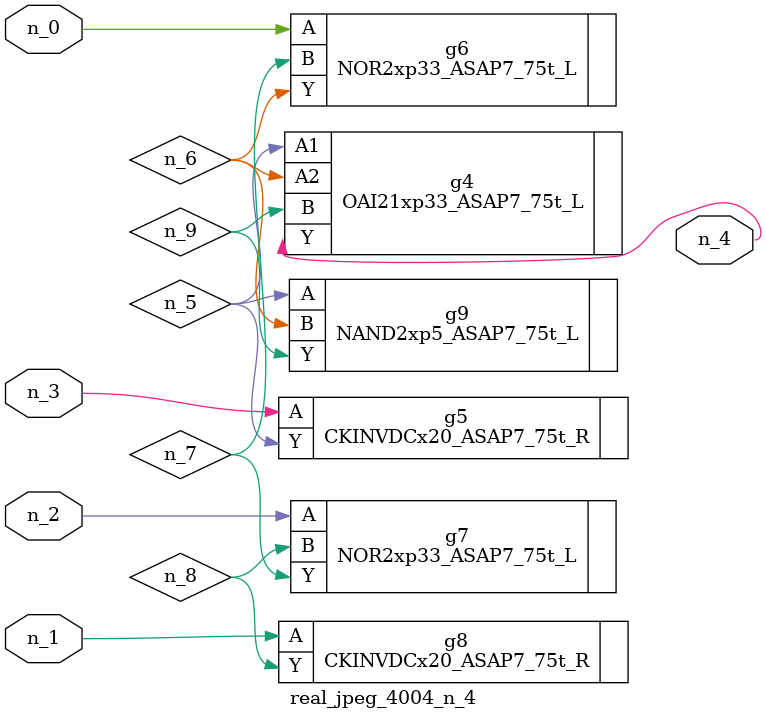
<source format=v>
module real_jpeg_4004_n_4 (n_3, n_1, n_0, n_2, n_4);

input n_3;
input n_1;
input n_0;
input n_2;

output n_4;

wire n_5;
wire n_8;
wire n_6;
wire n_7;
wire n_9;

NOR2xp33_ASAP7_75t_L g6 ( 
.A(n_0),
.B(n_7),
.Y(n_6)
);

CKINVDCx20_ASAP7_75t_R g8 ( 
.A(n_1),
.Y(n_8)
);

NOR2xp33_ASAP7_75t_L g7 ( 
.A(n_2),
.B(n_8),
.Y(n_7)
);

CKINVDCx20_ASAP7_75t_R g5 ( 
.A(n_3),
.Y(n_5)
);

OAI21xp33_ASAP7_75t_L g4 ( 
.A1(n_5),
.A2(n_6),
.B(n_9),
.Y(n_4)
);

NAND2xp5_ASAP7_75t_L g9 ( 
.A(n_5),
.B(n_6),
.Y(n_9)
);


endmodule
</source>
